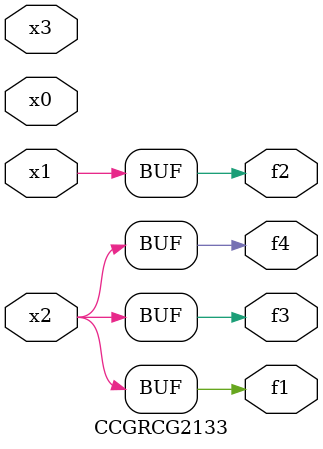
<source format=v>
module CCGRCG2133(
	input x0, x1, x2, x3,
	output f1, f2, f3, f4
);
	assign f1 = x2;
	assign f2 = x1;
	assign f3 = x2;
	assign f4 = x2;
endmodule

</source>
